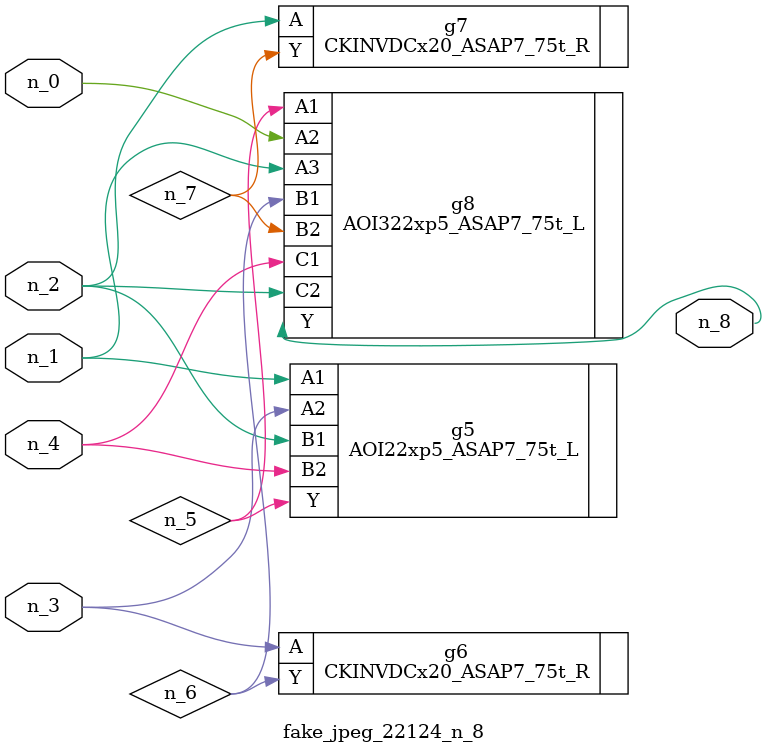
<source format=v>
module fake_jpeg_22124_n_8 (n_3, n_2, n_1, n_0, n_4, n_8);

input n_3;
input n_2;
input n_1;
input n_0;
input n_4;

output n_8;

wire n_6;
wire n_5;
wire n_7;

AOI22xp5_ASAP7_75t_L g5 ( 
.A1(n_1),
.A2(n_3),
.B1(n_2),
.B2(n_4),
.Y(n_5)
);

CKINVDCx20_ASAP7_75t_R g6 ( 
.A(n_3),
.Y(n_6)
);

CKINVDCx20_ASAP7_75t_R g7 ( 
.A(n_2),
.Y(n_7)
);

AOI322xp5_ASAP7_75t_L g8 ( 
.A1(n_5),
.A2(n_0),
.A3(n_1),
.B1(n_6),
.B2(n_7),
.C1(n_4),
.C2(n_2),
.Y(n_8)
);


endmodule
</source>
